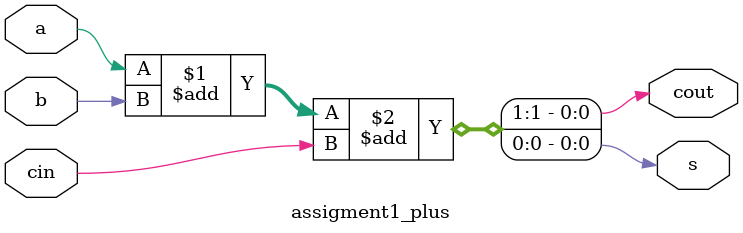
<source format=v>

module assigment1_plus (
    input a,
    input b,
    input cin,
    output s,
    output cout
);

assign {cout, s} = a + b + cin;

endmodule

</source>
